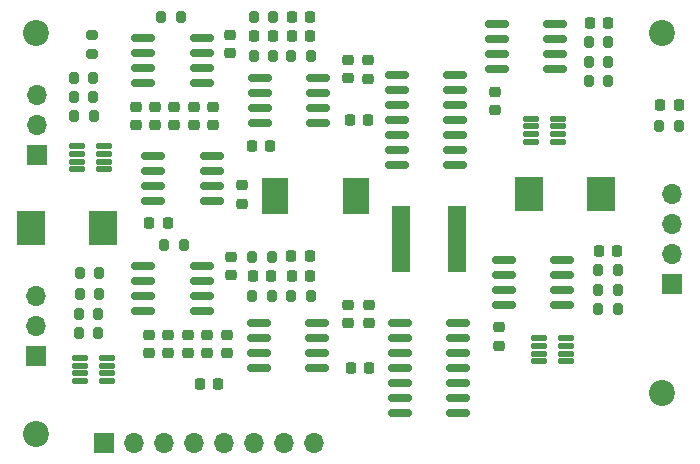
<source format=gts>
%TF.GenerationSoftware,KiCad,Pcbnew,(6.99.0)*%
%TF.CreationDate,2022-12-27T21:53:31-08:00*%
%TF.ProjectId,eog-pcb-kicad,656f672d-7063-4622-9d6b-696361642e6b,rev?*%
%TF.SameCoordinates,Original*%
%TF.FileFunction,Soldermask,Top*%
%TF.FilePolarity,Negative*%
%FSLAX46Y46*%
G04 Gerber Fmt 4.6, Leading zero omitted, Abs format (unit mm)*
G04 Created by KiCad (PCBNEW (6.99.0)) date 2022-12-27 21:53:31*
%MOMM*%
%LPD*%
G01*
G04 APERTURE LIST*
G04 Aperture macros list*
%AMRoundRect*
0 Rectangle with rounded corners*
0 $1 Rounding radius*
0 $2 $3 $4 $5 $6 $7 $8 $9 X,Y pos of 4 corners*
0 Add a 4 corners polygon primitive as box body*
4,1,4,$2,$3,$4,$5,$6,$7,$8,$9,$2,$3,0*
0 Add four circle primitives for the rounded corners*
1,1,$1+$1,$2,$3*
1,1,$1+$1,$4,$5*
1,1,$1+$1,$6,$7*
1,1,$1+$1,$8,$9*
0 Add four rect primitives between the rounded corners*
20,1,$1+$1,$2,$3,$4,$5,0*
20,1,$1+$1,$4,$5,$6,$7,0*
20,1,$1+$1,$6,$7,$8,$9,0*
20,1,$1+$1,$8,$9,$2,$3,0*%
G04 Aperture macros list end*
%ADD10RoundRect,0.218750X0.218750X0.256250X-0.218750X0.256250X-0.218750X-0.256250X0.218750X-0.256250X0*%
%ADD11RoundRect,0.225000X-0.250000X0.225000X-0.250000X-0.225000X0.250000X-0.225000X0.250000X0.225000X0*%
%ADD12RoundRect,0.150000X-0.825000X-0.150000X0.825000X-0.150000X0.825000X0.150000X-0.825000X0.150000X0*%
%ADD13RoundRect,0.200000X0.200000X0.275000X-0.200000X0.275000X-0.200000X-0.275000X0.200000X-0.275000X0*%
%ADD14RoundRect,0.225000X0.250000X-0.225000X0.250000X0.225000X-0.250000X0.225000X-0.250000X-0.225000X0*%
%ADD15RoundRect,0.200000X-0.200000X-0.275000X0.200000X-0.275000X0.200000X0.275000X-0.200000X0.275000X0*%
%ADD16R,1.700000X1.700000*%
%ADD17O,1.700000X1.700000*%
%ADD18RoundRect,0.225000X-0.225000X-0.250000X0.225000X-0.250000X0.225000X0.250000X-0.225000X0.250000X0*%
%ADD19RoundRect,0.225000X0.225000X0.250000X-0.225000X0.250000X-0.225000X-0.250000X0.225000X-0.250000X0*%
%ADD20C,2.200000*%
%ADD21R,1.600000X5.700000*%
%ADD22R,2.250000X3.120000*%
%ADD23RoundRect,0.200000X-0.275000X0.200000X-0.275000X-0.200000X0.275000X-0.200000X0.275000X0.200000X0*%
%ADD24R,2.400000X2.900000*%
%ADD25RoundRect,0.125000X-0.537500X-0.125000X0.537500X-0.125000X0.537500X0.125000X-0.537500X0.125000X0*%
G04 APERTURE END LIST*
D10*
X56362500Y-9652000D03*
X57937500Y-9652000D03*
D11*
X20066000Y-22466000D03*
X20066000Y-24016000D03*
X18542000Y-11333500D03*
X18542000Y-9783500D03*
D12*
X43150500Y-22733000D03*
X43150500Y-24003000D03*
X43150500Y-25273000D03*
X43150500Y-26543000D03*
X48100500Y-26543000D03*
X48100500Y-25273000D03*
X48100500Y-24003000D03*
X48100500Y-22733000D03*
D13*
X26796000Y-5461000D03*
X25146000Y-5461000D03*
D11*
X19685000Y-29083000D03*
X19685000Y-30633000D03*
D13*
X52800500Y-26924000D03*
X51150500Y-26924000D03*
D11*
X18034000Y-30633000D03*
X18034000Y-29083000D03*
D14*
X12001500Y-11346500D03*
X12001500Y-9796500D03*
D15*
X7232000Y-23876000D03*
X8882000Y-23876000D03*
D13*
X21971000Y-2159000D03*
X23621000Y-2159000D03*
D16*
X57404000Y-24755000D03*
D17*
X57404000Y-22215000D03*
X57404000Y-19675000D03*
X57404000Y-17135000D03*
D18*
X25148000Y-22423000D03*
X26698000Y-22423000D03*
D15*
X6724000Y-7295000D03*
X8374000Y-7295000D03*
D19*
X25196000Y-3810000D03*
X26746000Y-3810000D03*
D15*
X50356000Y-7620000D03*
X52006000Y-7620000D03*
X6795000Y-10541000D03*
X8445000Y-10541000D03*
D12*
X22468500Y-7366000D03*
X22468500Y-8636000D03*
X22468500Y-9906000D03*
X22468500Y-11176000D03*
X27418500Y-11176000D03*
X27418500Y-9906000D03*
X27418500Y-8636000D03*
X27418500Y-7366000D03*
D15*
X7176000Y-27305000D03*
X8826000Y-27305000D03*
D14*
X13081000Y-29083000D03*
X13081000Y-30633000D03*
D20*
X56500000Y-3500000D03*
D12*
X34355000Y-28067000D03*
X34355000Y-29337000D03*
X34355000Y-30607000D03*
X34355000Y-31877000D03*
X34355000Y-33147000D03*
X34355000Y-34417000D03*
X34355000Y-35687000D03*
X39305000Y-35687000D03*
X39305000Y-34417000D03*
X39305000Y-33147000D03*
X39305000Y-31877000D03*
X39305000Y-30607000D03*
X39305000Y-29337000D03*
X39305000Y-28067000D03*
X13474500Y-13899000D03*
X13474500Y-15169000D03*
X13474500Y-16439000D03*
X13474500Y-17709000D03*
X18424500Y-17709000D03*
X18424500Y-16439000D03*
X18424500Y-15169000D03*
X18424500Y-13899000D03*
D21*
X34480000Y-20955000D03*
X39180000Y-20955000D03*
D18*
X18936000Y-33274000D03*
X17386000Y-33274000D03*
D13*
X52800500Y-23622000D03*
X51150500Y-23622000D03*
D19*
X30213000Y-31877000D03*
X31763000Y-31877000D03*
D15*
X6724000Y-8946000D03*
X8374000Y-8946000D03*
D18*
X14674000Y-19614000D03*
X13124000Y-19614000D03*
D11*
X29972000Y-5816000D03*
X29972000Y-7366000D03*
X29972000Y-26530000D03*
X29972000Y-28080000D03*
D13*
X21852000Y-25781000D03*
X23502000Y-25781000D03*
X26791000Y-25781000D03*
X25141000Y-25781000D03*
D12*
X12638000Y-23241000D03*
X12638000Y-24511000D03*
X12638000Y-25781000D03*
X12638000Y-27051000D03*
X17588000Y-27051000D03*
X17588000Y-25781000D03*
X17588000Y-24511000D03*
X17588000Y-23241000D03*
D13*
X57975000Y-11430000D03*
X56325000Y-11430000D03*
D18*
X23439000Y-24130000D03*
X21889000Y-24130000D03*
D22*
X23760500Y-17328000D03*
X30670500Y-17328000D03*
D14*
X42704500Y-29985000D03*
X42704500Y-28435000D03*
D12*
X12638000Y-3954500D03*
X12638000Y-5224500D03*
X12638000Y-6494500D03*
X12638000Y-7764500D03*
X17588000Y-7764500D03*
X17588000Y-6494500D03*
X17588000Y-5224500D03*
X17588000Y-3954500D03*
D11*
X31623000Y-5829000D03*
X31623000Y-7379000D03*
D20*
X3500000Y-37500000D03*
D19*
X26741000Y-24130000D03*
X25191000Y-24130000D03*
X51956000Y-2667000D03*
X50406000Y-2667000D03*
D15*
X14161000Y-2176500D03*
X15811000Y-2176500D03*
D16*
X3612000Y-13884000D03*
D17*
X3612000Y-11344000D03*
X3612000Y-8804000D03*
D20*
X56500000Y-34000000D03*
D13*
X23621000Y-5461000D03*
X21971000Y-5461000D03*
D15*
X16065000Y-21463000D03*
X14415000Y-21463000D03*
D16*
X3556000Y-30861000D03*
D17*
X3556000Y-28321000D03*
X3556000Y-25781000D03*
D14*
X42418000Y-10046000D03*
X42418000Y-8496000D03*
D20*
X3500000Y-3500000D03*
D19*
X21831000Y-13081000D03*
X23381000Y-13081000D03*
D11*
X14732000Y-30607000D03*
X14732000Y-29057000D03*
D13*
X52006000Y-5969000D03*
X50356000Y-5969000D03*
D11*
X31750000Y-26543000D03*
X31750000Y-28093000D03*
X15240000Y-11333500D03*
X15240000Y-9783500D03*
X16891000Y-11333500D03*
X16891000Y-9783500D03*
X19939000Y-3670000D03*
X19939000Y-5220000D03*
D18*
X25196000Y-2159000D03*
X26746000Y-2159000D03*
D12*
X34101000Y-7112000D03*
X34101000Y-8382000D03*
X34101000Y-9652000D03*
X34101000Y-10922000D03*
X34101000Y-12192000D03*
X34101000Y-13462000D03*
X34101000Y-14732000D03*
X39051000Y-14732000D03*
X39051000Y-13462000D03*
X39051000Y-12192000D03*
X39051000Y-10922000D03*
X39051000Y-9652000D03*
X39051000Y-8382000D03*
X39051000Y-7112000D03*
D23*
X8311000Y-3676000D03*
X8311000Y-5326000D03*
D24*
X51351500Y-17145000D03*
X45251500Y-17145000D03*
D25*
X45466000Y-10780000D03*
X45466000Y-11430000D03*
X45466000Y-12080000D03*
X45466000Y-12730000D03*
X47741000Y-12730000D03*
X47741000Y-12080000D03*
X47741000Y-11430000D03*
X47741000Y-10780000D03*
D15*
X7232000Y-25654000D03*
X8882000Y-25654000D03*
D25*
X46139000Y-29378000D03*
X46139000Y-30028000D03*
X46139000Y-30678000D03*
X46139000Y-31328000D03*
X48414000Y-31328000D03*
X48414000Y-30678000D03*
X48414000Y-30028000D03*
X48414000Y-29378000D03*
D11*
X16383000Y-30620000D03*
X16383000Y-29070000D03*
D16*
X9271000Y-38227000D03*
D17*
X11811000Y-38227000D03*
X14351000Y-38227000D03*
X16891000Y-38227000D03*
X19431000Y-38227000D03*
X21971000Y-38227000D03*
X24511000Y-38227000D03*
X27051000Y-38227000D03*
D12*
X42546500Y-2786500D03*
X42546500Y-4056500D03*
X42546500Y-5326500D03*
X42546500Y-6596500D03*
X47496500Y-6596500D03*
X47496500Y-5326500D03*
X47496500Y-4056500D03*
X47496500Y-2786500D03*
D24*
X3102000Y-20066000D03*
X9202000Y-20066000D03*
D25*
X7244500Y-31029000D03*
X7244500Y-31679000D03*
X7244500Y-32329000D03*
X7244500Y-32979000D03*
X9519500Y-32979000D03*
X9519500Y-32329000D03*
X9519500Y-31679000D03*
X9519500Y-31029000D03*
D19*
X52750500Y-21971000D03*
X51200500Y-21971000D03*
D13*
X23502000Y-22479000D03*
X21852000Y-22479000D03*
D12*
X22417000Y-28067000D03*
X22417000Y-29337000D03*
X22417000Y-30607000D03*
X22417000Y-31877000D03*
X27367000Y-31877000D03*
X27367000Y-30607000D03*
X27367000Y-29337000D03*
X27367000Y-28067000D03*
D11*
X21011000Y-16426000D03*
X21011000Y-17976000D03*
D15*
X7176000Y-28956000D03*
X8826000Y-28956000D03*
D13*
X52006000Y-4318000D03*
X50356000Y-4318000D03*
D19*
X31636000Y-10922000D03*
X30086000Y-10922000D03*
D18*
X22021000Y-3810000D03*
X23571000Y-3810000D03*
D25*
X7041000Y-13107000D03*
X7041000Y-13757000D03*
X7041000Y-14407000D03*
X7041000Y-15057000D03*
X9316000Y-15057000D03*
X9316000Y-14407000D03*
X9316000Y-13757000D03*
X9316000Y-13107000D03*
D11*
X13589000Y-9783500D03*
X13589000Y-11333500D03*
D13*
X52800500Y-25273000D03*
X51150500Y-25273000D03*
M02*

</source>
